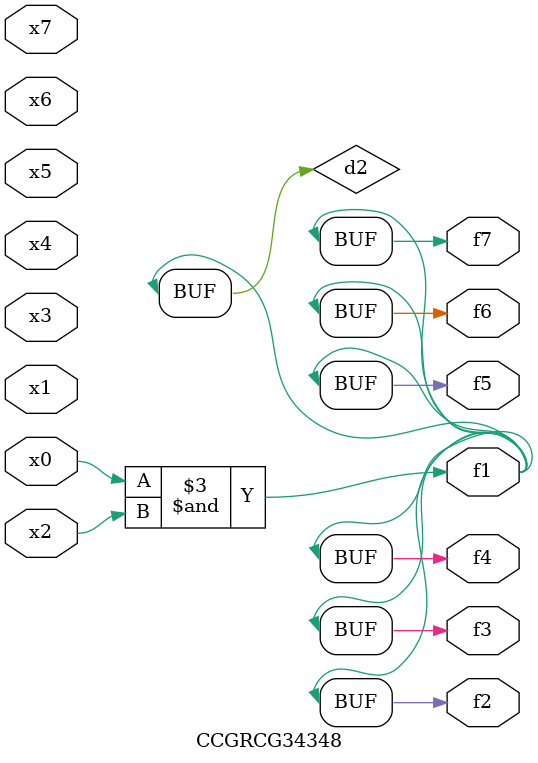
<source format=v>
module CCGRCG34348(
	input x0, x1, x2, x3, x4, x5, x6, x7,
	output f1, f2, f3, f4, f5, f6, f7
);

	wire d1, d2;

	nor (d1, x3, x6);
	and (d2, x0, x2);
	assign f1 = d2;
	assign f2 = d2;
	assign f3 = d2;
	assign f4 = d2;
	assign f5 = d2;
	assign f6 = d2;
	assign f7 = d2;
endmodule

</source>
